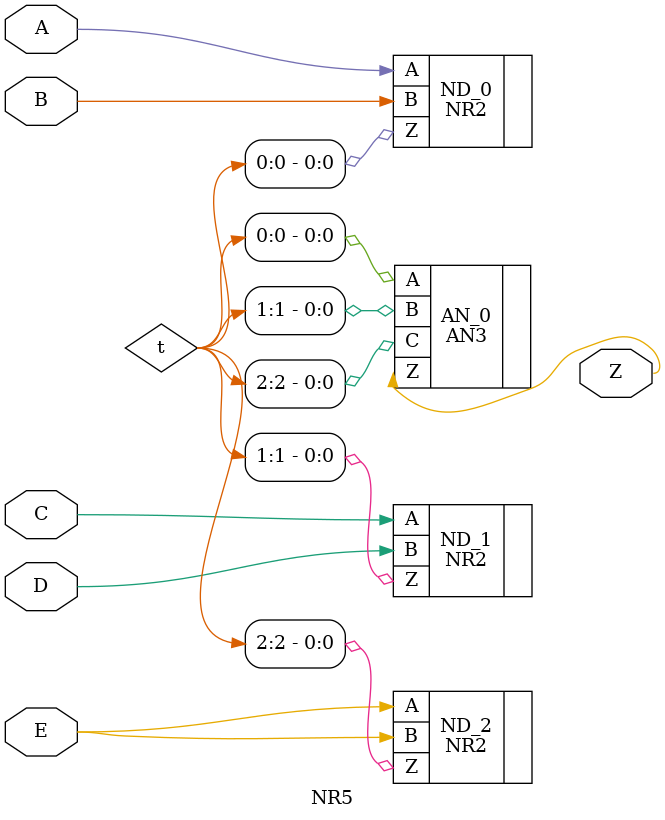
<source format=v>
`timescale 1ns/1ps

module poker(type, i0, i1, i2, i3, i4);
//DO NOT CHANGE!
	input  [5:0] i0, i1, i2, i3, i4;
	output [3:0] type;
//---------------------------------------------------
wire isFlush, isStraight, is4Kind, isFullHouse, is3Kind, is2Pair, is1Pair;
wire [5:0] temp1_w;
wire [1:0] temp2_w;
wire [7:0] temp3_w;
//type[3] 0.225ns
AN2 AN2_0(.A(isFlush), .B(isStraight), .Z(type[3]));
//type[2] 0.652ns
NR2 NR2_0(.A(isFlush), .B(isStraight), .Z(temp1_w[0]));
OR2 OR2_0(.A(is4Kind), .B(isFullHouse), .Z(temp1_w[1]));
ND2 ND2_0(.A(temp1_w[0]), .B(temp1_w[1]), .Z(temp1_w[2]));
ND2 ND2_1(.A(isFlush), .B(isStraight), .Z(temp1_w[3]));
OR2 OR2_1(.A(isFlush), .B(isStraight), .Z(temp1_w[4]));
ND2 ND2_2(.A(temp1_w[3]), .B(temp1_w[4]), .Z(temp1_w[5]));
ND2 ND2_3(.A(temp1_w[2]), .B(temp1_w[5]), .Z(type[2]));
//type[1] 0.596ns
NR2 NR2_1(.A(isFlush), .B(isStraight), .Z(temp2_w[0]));
OR4 OR4_0(.A(is4Kind), .B(isFullHouse), .C(is3Kind), .D(is2Pair), .Z(temp2_w[1]));
AN2 AN2_1(.A(temp2_w[0]), .B(temp2_w[1]), .Z(type[1]));
//type[0] 0.702ns
IV IV_0(.A(isStraight), .Z(temp3_w[0]));
OR2 OR2_2(.A(isFlush), .B(is4Kind), .Z(temp3_w[1]));
ND2 ND2_4(.A(temp3_w[0]), .B(temp3_w[1]), .Z(temp3_w[2]));
NR2 NR2_2(.A(isStraight), .B(is4Kind), .Z(temp3_w[3]));
IV IN_1(.A(isFullHouse), .Z(temp3_w[4]));
ND3 ND3_0(.A(temp3_w[3]), .B(temp3_w[4]), .C(is3Kind), .Z(temp3_w[5]));
NR2 NR2_3(.A(isFullHouse), .B(is2Pair), .Z(temp3_w[6]));
ND3 ND3_1(.A(temp3_w[3]), .B(temp3_w[6]), .C(is1Pair), .Z(temp3_w[7]));
ND3 ND3_2(.A(temp3_w[2]), .B(temp3_w[5]), .C(temp3_w[7]), .Z(type[0]));

Flush F(.out(isFlush), .in0(i0[5:4]), .in1(i1[5:4]), .in2(i2[5:4]), .in3(i3[5:4]), .in4(i4[5:4]));
Straight S(.out(isStraight), .in0(i0[3:0]), .in1(i1[3:0]), .in2(i2[3:0]), .in3(i3[3:0]), .in4(i4[3:0]));
FourKind FK(.out(is4Kind), .in0(i0[3:0]), .in1(i1[3:0]), .in2(i2[3:0]), .in3(i3[3:0]), .in4(i4[3:0]));
FullHouse FH(.out(isFullHouse), .in0(i0[3:0]), .in1(i1[3:0]), .in2(i2[3:0]), .in3(i3[3:0]), .in4(i4[3:0]));
ThreeKind TK(.out(is3Kind), .in0(i0[3:0]), .in1(i1[3:0]), .in2(i2[3:0]), .in3(i3[3:0]), .in4(i4[3:0]));
TwoPair TP(.out(is2Pair), .in0(i0[3:0]), .in1(i1[3:0]), .in2(i2[3:0]), .in3(i3[3:0]), .in4(i4[3:0]));
OnePair OP(.out(is1Pair), .in0(i0[3:0]), .in1(i1[3:0]), .in2(i2[3:0]), .in3(i3[3:0]), .in4(i4[3:0]));
endmodule

module Flush( //0.956ns
	input  [1:0] in0, in1, in2, in3, in4,
	output out
);
wire t[16:0];
//bit[4]
AN5 AN5_0(.A(in0[0]), .B(in1[0]), .C(in2[0]), .D(in3[0]), .E(in4[0]), .Z(t[0]));
NR5 NR5_0(.A(in0[0]), .B(in1[0]), .C(in2[0]), .D(in3[0]), .E(in4[0]), .Z(t[1]));
NR2 NR2_0(.A(t[0]), .B(t[1]), .Z(t[2]));
//bit[4]
AN5 AN5_1(.A(in0[1]), .B(in1[1]), .C(in2[1]), .D(in3[1]), .E(in4[1]), .Z(t[3]));
NR5 NR5_1(.A(in0[1]), .B(in1[1]), .C(in2[1]), .D(in3[1]), .E(in4[1]), .Z(t[4]));
NR2 NR2_1(.A(t[3]), .B(t[4]), .Z(t[5]));
//isFlush
NR2 NR2_2(.A(t[2]), .B(t[5]), .Z(out));
endmodule

module Straight( //1.924ns
	input [3:0] in0, in1, in2, in3, in4,
	output out
);
wire [12:0] d0, d1, d2, d3, d4, t;
wire [11:0] o;
Decoder D0(.in(in0), .out(d0));
Decoder D1(.in(in1), .out(d1));
Decoder D2(.in(in2), .out(d2));
Decoder D3(.in(in3), .out(d3));
Decoder D4(.in(in4), .out(d4));
genvar i, j;
generate
	for(i=0; i<13; i=i+1) begin: OR5_13
		ND5 ND5_(.A(d0[i]), .B(d1[i]), .C(d2[i]), .D(d3[i]), .E(d4[i]), .Z(t[i]));
	end	
endgenerate
generate
	for(j=0; j<9; j=j+1) begin: AN5_9
		ND5 ND5_(.A(t[j]), .B(t[j+1]), .C(t[j+2]), .D(t[j+3]), .E(t[j+4]), .Z(o[j]));
	end
endgenerate
ND5 ND5_9(.A(t[12]), .B(t[11]), .C(t[10]), .D(t[9]), .E(t[0]), .Z(o[9]));

AN5 AN5_0(.A(o[0]), .B(o[1]), .C(o[2]), .D(o[3]), .E(o[4]), .Z(o[10]));
AN5 AN5_1(.A(o[5]), .B(o[6]), .C(o[7]), .D(o[8]), .E(o[9]), .Z(o[11]));
ND2 ND2_2(.A(o[10]), .B(o[11]), .Z(out));
endmodule

module FourKind( //1.352ns
	input [3:0] in0, in1, in2, in3, in4,
	output out
);
wire [4:0] t;
//All possibles.
SameCard4 Seq_0(.in0(in0), .in1(in1), .in2(in2), .in3(in3), .out(t[0]));
SameCard4 Seq_1(.in0(in0), .in1(in1), .in2(in2), .in3(in4), .out(t[1]));
SameCard4 Seq_2(.in0(in0), .in1(in1), .in2(in3), .in3(in4), .out(t[2]));
SameCard4 Seq_3(.in0(in0), .in1(in2), .in2(in3), .in3(in4), .out(t[3]));
SameCard4 Seq_4(.in0(in1), .in1(in2), .in2(in3), .in3(in4), .out(t[4]));
//isFourKind
OR5 OR5_0(.A(t[0]), .B(t[1]), .C(t[2]), .D(t[3]), .E(t[4]), .Z(out));
endmodule

module FullHouse( //1.769ns
	input [3:0] in0, in1, in2, in3, in4,
	output out
);
wire [31:0] t;
//All possibles.
SameCard3 Seq3_0(.in0(in0), .in1(in1), .in2(in2), .out(t[0]));
SameCard2 Seq2_0(.in0(in3), .in1(in4), .out(t[1]));
ND2 ND2_0(.A(t[0]), .B(t[1]), .Z(t[2]));
SameCard3 Seq3_1(.in0(in0), .in1(in1), .in2(in3), .out(t[3]));
SameCard2 Seq2_1(.in0(in2), .in1(in4), .out(t[4]));
ND2 ND2_1(.A(t[3]), .B(t[4]), .Z(t[5]));
SameCard3 Seq3_2(.in0(in0), .in1(in1), .in2(in4), .out(t[6]));
SameCard2 Seq2_2(.in0(in2), .in1(in3), .out(t[7]));
ND2 ND2_2(.A(t[6]), .B(t[7]), .Z(t[8]));
SameCard3 Seq3_3(.in0(in0), .in1(in2), .in2(in3), .out(t[9]));
SameCard2 Seq2_3(.in0(in1), .in1(in4), .out(t[10]));
ND2 ND2_3(.A(t[9]), .B(t[10]), .Z(t[11]));
SameCard3 Seq3_4(.in0(in0), .in1(in2), .in2(in4), .out(t[12]));
SameCard2 Seq2_4(.in0(in1), .in1(in3), .out(t[13]));
ND2 ND2_4(.A(t[12]), .B(t[13]), .Z(t[14]));
SameCard3 Seq3_5(.in0(in0), .in1(in3), .in2(in4), .out(t[15]));
SameCard2 Seq2_5(.in0(in1), .in1(in2), .out(t[16]));
ND2 ND2_5(.A(t[15]), .B(t[16]), .Z(t[17]));
SameCard3 Seq3_6(.in0(in1), .in1(in2), .in2(in3), .out(t[18]));
SameCard2 Seq2_6(.in0(in0), .in1(in4), .out(t[19]));
ND2 ND2_6(.A(t[18]), .B(t[19]), .Z(t[20]));
SameCard3 Seq3_7(.in0(in1), .in1(in2), .in2(in4), .out(t[21]));
SameCard2 Seq2_7(.in0(in0), .in1(in3), .out(t[22]));
ND2 ND2_7(.A(t[21]), .B(t[22]), .Z(t[23]));
SameCard3 Seq3_8(.in0(in1), .in1(in3), .in2(in4), .out(t[24]));
SameCard2 Seq2_8(.in0(in0), .in1(in2), .out(t[25]));
ND2 ND2_8(.A(t[24]), .B(t[25]), .Z(t[26]));
SameCard3 Seq3_9(.in0(in2), .in1(in3), .in2(in4), .out(t[27]));
SameCard2 Seq2_9(.in0(in0), .in1(in1), .out(t[28]));
ND2 ND2_9(.A(t[27]), .B(t[28]), .Z(t[29]));
//isFullHouse
AN5 AN5_0(.A(t[2]), .B(t[5]), .C(t[8]), .D(t[11]), .E(t[14]), .Z(t[30]));
AN5 AN5_1(.A(t[17]), .B(t[20]), .C(t[23]), .D(t[26]), .E(t[29]), .Z(t[31]));
ND2 ND2_10(.A(t[30]), .B(t[31]), .Z(out));
endmodule

module ThreeKind( //1.595ns
	input [3:0] in0, in1, in2, in3, in4,
	output out
);
wire [11:0] t;
//All possibles.
SameCard3 Seq_0(.in0(in0), .in1(in1), .in2(in2), .out(t[0]));
SameCard3 Seq_1(.in0(in0), .in1(in1), .in2(in3), .out(t[1]));
SameCard3 Seq_2(.in0(in0), .in1(in1), .in2(in4), .out(t[2]));
SameCard3 Seq_3(.in0(in0), .in1(in2), .in2(in3), .out(t[3]));
SameCard3 Seq_4(.in0(in0), .in1(in2), .in2(in4), .out(t[4]));
SameCard3 Seq_5(.in0(in0), .in1(in3), .in2(in4), .out(t[5]));
SameCard3 Seq_6(.in0(in1), .in1(in2), .in2(in3), .out(t[6]));
SameCard3 Seq_7(.in0(in1), .in1(in2), .in2(in4), .out(t[7]));
SameCard3 Seq_8(.in0(in1), .in1(in3), .in2(in4), .out(t[8]));
SameCard3 Seq_9(.in0(in2), .in1(in3), .in2(in4), .out(t[9]));
//isThreeKind
NR5 NR5_0(.A(t[0]), .B(t[1]), .C(t[2]), .D(t[3]), .E(t[4]), .Z(t[10]));
NR5 NR5_1(.A(t[5]), .B(t[6]), .C(t[7]), .D(t[8]), .E(t[9]), .Z(t[11]));
ND2 ND_0(.A(t[10]), .B(t[11]), .Z(out));
endmodule

module TwoPair( //1.651ns
	input [3:0] in0, in1, in2, in3, in4,
	output out
);
wire [47:0] t;
//All possibles.
SameCard2 Seq0_0(.in0(in0), .in1(in1), .out(t[0]));
SameCard2 Seq0_1(.in0(in2), .in1(in3), .out(t[1]));
ND2 ND2_0(.A(t[0]), .B(t[1]), .Z(t[2]));
SameCard2 Seq1_0(.in0(in0), .in1(in1), .out(t[3]));
SameCard2 Seq1_1(.in0(in2), .in1(in4), .out(t[4]));
ND2 ND2_1(.A(t[3]), .B(t[4]), .Z(t[5]));
SameCard2 Seq2_0(.in0(in0), .in1(in1), .out(t[6]));
SameCard2 Seq2_1(.in0(in3), .in1(in4), .out(t[7]));
ND2 ND2_2(.A(t[6]), .B(t[7]), .Z(t[8]));
SameCard2 Seq3_0(.in0(in0), .in1(in2), .out(t[9]));
SameCard2 Seq3_1(.in0(in1), .in1(in3), .out(t[10]));
ND2 ND2_3(.A(t[9]), .B(t[10]), .Z(t[11]));
SameCard2 Seq4_0(.in0(in0), .in1(in2), .out(t[12]));
SameCard2 Seq4_1(.in0(in1), .in1(in4), .out(t[13]));
ND2 ND2_4(.A(t[12]), .B(t[13]), .Z(t[14]));
SameCard2 Seq5_0(.in0(in0), .in1(in2), .out(t[15]));
SameCard2 Seq5_1(.in0(in3), .in1(in4), .out(t[16]));
ND2 ND2_5(.A(t[15]), .B(t[16]), .Z(t[17]));
SameCard2 Seq6_0(.in0(in0), .in1(in3), .out(t[18]));
SameCard2 Seq6_1(.in0(in1), .in1(in2), .out(t[19]));
ND2 ND2_6(.A(t[18]), .B(t[19]), .Z(t[20]));
SameCard2 Seq7_0(.in0(in0), .in1(in3), .out(t[21]));
SameCard2 Seq7_1(.in0(in1), .in1(in4), .out(t[22]));
ND2 ND2_7(.A(t[21]), .B(t[22]), .Z(t[23]));
SameCard2 Seq8_0(.in0(in0), .in1(in3), .out(t[24]));
SameCard2 Seq8_1(.in0(in2), .in1(in4), .out(t[25]));
ND2 ND2_8(.A(t[24]), .B(t[25]), .Z(t[26]));
SameCard2 Seq9_0(.in0(in0), .in1(in4), .out(t[27]));
SameCard2 Seq9_1(.in0(in1), .in1(in2), .out(t[28]));
ND2 ND2_9(.A(t[27]), .B(t[28]), .Z(t[29]));
SameCard2 Seq10_0(.in0(in0), .in1(in4), .out(t[30]));
SameCard2 Seq10_1(.in0(in1), .in1(in3), .out(t[31]));
ND2 ND2_10(.A(t[30]), .B(t[31]), .Z(t[32]));
SameCard2 Seq11_0(.in0(in0), .in1(in4), .out(t[33]));
SameCard2 Seq11_1(.in0(in2), .in1(in3), .out(t[34]));
ND2 ND2_11(.A(t[33]), .B(t[34]), .Z(t[35]));
SameCard2 Seq12_0(.in0(in1), .in1(in2), .out(t[36]));
SameCard2 Seq12_1(.in0(in3), .in1(in4), .out(t[37]));
ND2 ND2_12(.A(t[36]), .B(t[37]), .Z(t[38]));
SameCard2 Seq13_0(.in0(in1), .in1(in3), .out(t[39]));
SameCard2 Seq13_1(.in0(in2), .in1(in4), .out(t[40]));
ND2 ND2_13(.A(t[39]), .B(t[40]), .Z(t[41]));
SameCard2 Seq14_0(.in0(in1), .in1(in4), .out(t[42]));
SameCard2 Seq14_1(.in0(in2), .in1(in3), .out(t[43]));
ND2 ND2_14(.A(t[42]), .B(t[43]), .Z(t[44]));
//isTwoPair
AN5 AN5_0(.A(t[2]), .B(t[5]), .C(t[8]), .D(t[11]), .E(t[14]), .Z(t[45]));
AN5 AN5_1(.A(t[17]), .B(t[20]), .C(t[23]), .D(t[26]), .E(t[29]), .Z(t[46]));
AN5 AN5_2(.A(t[32]), .B(t[35]), .C(t[38]), .D(t[41]), .E(t[44]), .Z(t[47]));
ND3 ND3_0(.A(t[45]), .B(t[46]), .C(t[47]), .Z(out));
endmodule

module OnePair( //1.477ns
	input [3:0] in0, in1, in2, in3, in4,
	output out
);
wire [11:0] t;
//All possibles.
SameCard2 Seq_0(.in0(in0), .in1(in1), .out(t[0]));
SameCard2 Seq_1(.in0(in0), .in1(in2), .out(t[1]));
SameCard2 Seq_2(.in0(in0), .in1(in3), .out(t[2]));
SameCard2 Seq_3(.in0(in0), .in1(in4), .out(t[3]));
SameCard2 Seq_4(.in0(in1), .in1(in2), .out(t[4]));
SameCard2 Seq_5(.in0(in1), .in1(in3), .out(t[5]));
SameCard2 Seq_6(.in0(in1), .in1(in4), .out(t[6]));
SameCard2 Seq_7(.in0(in2), .in1(in3), .out(t[7]));
SameCard2 Seq_8(.in0(in2), .in1(in4), .out(t[8]));
SameCard2 Seq_9(.in0(in3), .in1(in4), .out(t[9]));
//isOnePair
NR5 NR5_0(.A(t[0]), .B(t[1]), .C(t[2]), .D(t[3]), .E(t[4]), .Z(t[10]));
NR5 NR5_1(.A(t[5]), .B(t[6]), .C(t[7]), .D(t[8]), .E(t[9]), .Z(t[11]));
ND2 ND_0(.A(t[10]), .B(t[11]), .Z(out));
endmodule

module Decoder( //0.423ns
	input [3:0] in,
	output [12:0] out
);
wire not_in[3:0];

IV not_0(.A(in[0]), .Z(not_in[0]));
IV not_1(.A(in[1]), .Z(not_in[1]));
IV not_2(.A(in[2]), .Z(not_in[2]));
IV not_3(.A(in[3]), .Z(not_in[3]));

ND4 Y0(.A(not_in[3]), .B(not_in[2]), .C(not_in[1]), .D(in[0]), .Z(out[0]));
ND4 Y1(.A(not_in[3]), .B(not_in[2]), .C(in[1]), .D(not_in[0]), .Z(out[1]));
ND4 Y2(.A(not_in[3]), .B(not_in[2]), .C(in[1]), .D(in[0]), .Z(out[2]));
ND4 Y3(.A(not_in[3]), .B(in[2]), .C(not_in[1]), .D(not_in[0]), .Z(out[3]));
ND4 Y4(.A(not_in[3]), .B(in[2]), .C(not_in[1]), .D(in[0]), .Z(out[4]));
ND4 Y5(.A(not_in[3]), .B(in[2]), .C(in[1]), .D(not_in[0]), .Z(out[5]));
ND4 Y6(.A(not_in[3]), .B(in[2]), .C(in[1]), .D(in[0]), .Z(out[6]));
ND4 Y7(.A(in[3]), .B(not_in[2]), .C(not_in[1]), .D(not_in[0]), .Z(out[7]));
ND4 Y8(.A(in[3]), .B(not_in[2]), .C(not_in[1]), .D(in[0]), .Z(out[8]));
ND4 Y9(.A(in[3]), .B(not_in[2]), .C(in[1]), .D(not_in[0]), .Z(out[9]));
ND4 Y10(.A(in[3]), .B(not_in[2]), .C(in[1]), .D(in[0]), .Z(out[10]));
ND4 Y11(.A(in[3]), .B(in[2]), .C(not_in[1]), .D(not_in[0]), .Z(out[11]));
ND4 Y12(.A(in[3]), .B(in[2]), .C(not_in[1]), .D(in[0]), .Z(out[12]));
endmodule

module SameCard4( //0.917ns
	input [3:0] in0, in1, in2, in3,
	output out
);
wire [11:0] t;
//bit[0]
AN4 AN4_0(.A(in0[0]), .B(in1[0]), .C(in2[0]), .D(in3[0]), .Z(t[0]));
NR4 NR4_0(.A(in0[0]), .B(in1[0]), .C(in2[0]), .D(in3[0]), .Z(t[1]));
NR2 NR2_0(.A(t[0]), .B(t[1]), .Z(t[2]));
//bit[1]
AN4 AN4_1(.A(in0[1]), .B(in1[1]), .C(in2[1]), .D(in3[1]), .Z(t[3]));
NR4 NR4_1(.A(in0[1]), .B(in1[1]), .C(in2[1]), .D(in3[1]), .Z(t[4]));
NR2 NR2_1(.A(t[3]), .B(t[4]), .Z(t[5]));
//bit[2]
AN4 AN4_2(.A(in0[2]), .B(in1[2]), .C(in2[2]), .D(in3[2]), .Z(t[6]));
NR4 NR4_2(.A(in0[2]), .B(in1[2]), .C(in2[2]), .D(in3[2]), .Z(t[7]));
NR2 NR2_2(.A(t[6]), .B(t[7]), .Z(t[8]));
//bit[3]
AN4 AN4_3(.A(in0[3]), .B(in1[3]), .C(in2[3]), .D(in3[3]), .Z(t[9]));
NR4 NR4_3(.A(in0[3]), .B(in1[3]), .C(in2[3]), .D(in3[3]), .Z(t[10]));
NR2 NR2_3(.A(t[9]), .B(t[10]), .Z(t[11]));
//isSameCard
NR4 NR4_4(.A(t[2]), .B(t[5]), .C(t[8]), .D(t[11]), .Z(out));
endmodule

module SameCard3( //0.917ns
	input [3:0] in0, in1, in2,
	output out
);
wire [11:0] t;
//bit[0]
AN3 AN3_0(.A(in0[0]), .B(in1[0]), .C(in2[0]), .Z(t[0]));
NR3 NR4_0(.A(in0[0]), .B(in1[0]), .C(in2[0]), .Z(t[1]));
NR2 NR2_0(.A(t[0]), .B(t[1]), .Z(t[2]));
//bit[1]
AN3 AN3_1(.A(in0[1]), .B(in1[1]), .C(in2[1]), .Z(t[3]));
NR3 NR4_1(.A(in0[1]), .B(in1[1]), .C(in2[1]), .Z(t[4]));
NR2 NR2_1(.A(t[3]), .B(t[4]), .Z(t[5]));
//bit[2]
AN3 AN3_2(.A(in0[2]), .B(in1[2]), .C(in2[2]), .Z(t[6]));
NR3 NR4_2(.A(in0[2]), .B(in1[2]), .C(in2[2]), .Z(t[7]));
NR2 NR2_2(.A(t[6]), .B(t[7]), .Z(t[8]));
//bit[3]
AN3 AN3_3(.A(in0[3]), .B(in1[3]), .C(in2[3]), .Z(t[9]));
NR3 NR4_3(.A(in0[3]), .B(in1[3]), .C(in2[3]), .Z(t[10]));
NR2 NR2_3(.A(t[9]), .B(t[10]), .Z(t[11]));
//isSameCard
NR4 NR4_4(.A(t[2]), .B(t[5]), .C(t[8]), .D(t[11]), .Z(out));
endmodule

module SameCard2( //0.799ns
	input [3:0] in0, in1,
	output out
);
wire [11:0] t;
//bit[0]
AN2 AN2_0(.A(in0[0]), .B(in1[0]), .Z(t[0]));
NR2 NR2_0(.A(in0[0]), .B(in1[0]), .Z(t[1]));
NR2 NR2_1(.A(t[0]), .B(t[1]), .Z(t[2]));
//bit[1]
AN2 AN2_1(.A(in0[1]), .B(in1[1]), .Z(t[3]));
NR2 NR2_2(.A(in0[1]), .B(in1[1]), .Z(t[4]));
NR2 NR2_3(.A(t[3]), .B(t[4]), .Z(t[5]));
//bit[2]
AN2 AN2_2(.A(in0[2]), .B(in1[2]), .Z(t[6]));
NR2 NR2_4(.A(in0[2]), .B(in1[2]), .Z(t[7]));
NR2 NR2_5(.A(t[6]), .B(t[7]), .Z(t[8]));
//bit[3]
AN2 AN2_3(.A(in0[3]), .B(in1[3]), .Z(t[9]));
NR2 NR2_6(.A(in0[3]), .B(in1[3]), .Z(t[10]));
NR2 NR2_7(.A(t[9]), .B(t[10]), .Z(t[11]));
//isSameCard
NR4 NR4_0(.A(t[2]), .B(t[5]), .C(t[8]), .D(t[11]), .Z(out));
endmodule

module AN5( //0.5ns
	input A, B, C, D, E,
	output Z
);
wire [2:0] t;
AN2 AN_0(.A(A), .B(B), .Z(t[0]));
AN2 AN_1(.A(C), .B(D), .Z(t[1]));
AN2 AN_2(.A(E), .B(E), .Z(t[2]));
AN3 AN_3(.A(t[0]), .B(t[1]), .C(t[2]), .Z(Z));
endmodule

module ND5( //0.451ns
	input A, B, C, D, E,
	output Z
);
wire [2:0] t;
AN2 AN_0(.A(A), .B(B), .Z(t[0]));
AN2 AN_1(.A(C), .B(D), .Z(t[1]));
AN2 AN_2(.A(E), .B(E), .Z(t[2]));
ND3 ND_3(.A(t[0]), .B(t[1]), .C(t[2]), .Z(Z));
endmodule

module OR5( //0.453ns
	input A, B, C, D, E,
	output Z
);
wire [2:0] t;
NR2 NR_0(.A(A), .B(B), .Z(t[0]));
NR2 NR_1(.A(C), .B(D), .Z(t[1]));
NR2 NR_2(.A(E), .B(E), .Z(t[2]));
ND3 ND_3(.A(t[0]), .B(t[1]), .C(t[2]), .Z(Z));
endmodule

module NR5( //0.502ns
	input A, B, C, D, E,
	output Z
);
wire [2:0] t;
NR2 ND_0(.A(A), .B(B), .Z(t[0]));
NR2 ND_1(.A(C), .B(D), .Z(t[1]));
NR2 ND_2(.A(E), .B(E), .Z(t[2]));
AN3 AN_0(.A(t[0]), .B(t[1]), .C(t[2]), .Z(Z));
endmodule
</source>
